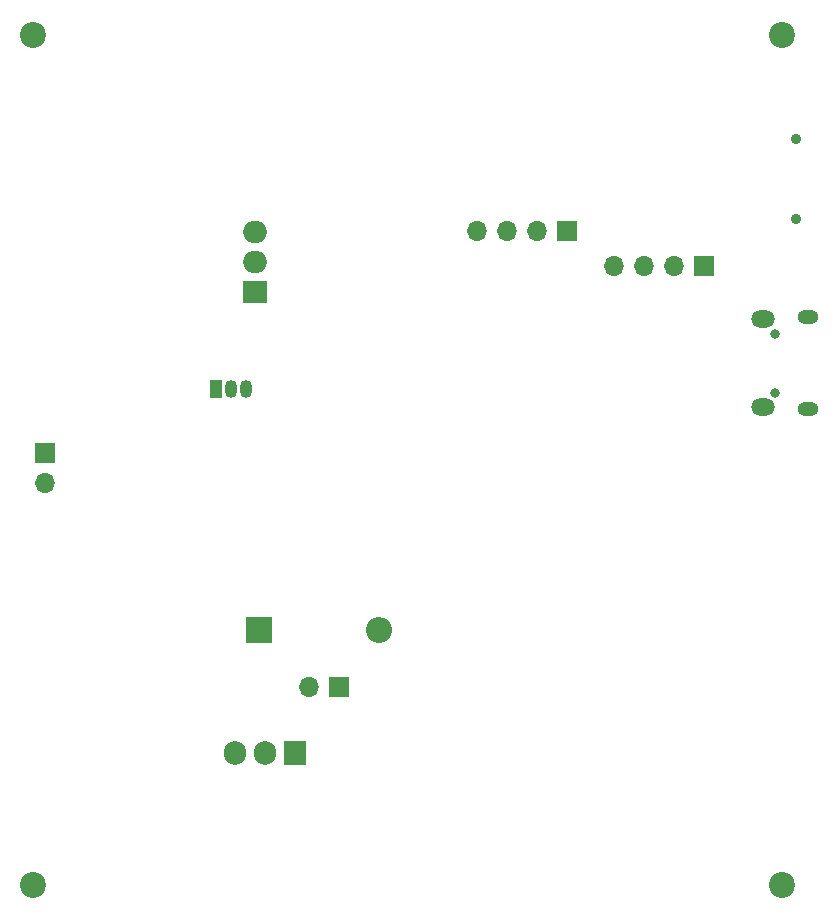
<source format=gbr>
%TF.GenerationSoftware,KiCad,Pcbnew,8.0.8*%
%TF.CreationDate,2025-03-25T11:50:14+11:00*%
%TF.ProjectId,STM32BMS,53544d33-3242-44d5-932e-6b696361645f,rev?*%
%TF.SameCoordinates,Original*%
%TF.FileFunction,Soldermask,Bot*%
%TF.FilePolarity,Negative*%
%FSLAX46Y46*%
G04 Gerber Fmt 4.6, Leading zero omitted, Abs format (unit mm)*
G04 Created by KiCad (PCBNEW 8.0.8) date 2025-03-25 11:50:14*
%MOMM*%
%LPD*%
G01*
G04 APERTURE LIST*
%ADD10R,1.700000X1.700000*%
%ADD11O,1.700000X1.700000*%
%ADD12R,2.200000X2.200000*%
%ADD13O,2.200000X2.200000*%
%ADD14R,1.050000X1.500000*%
%ADD15O,1.050000X1.500000*%
%ADD16O,0.800000X0.800000*%
%ADD17O,1.800000X1.150000*%
%ADD18O,2.000000X1.450000*%
%ADD19R,1.905000X2.000000*%
%ADD20O,1.905000X2.000000*%
%ADD21R,2.000000X1.905000*%
%ADD22O,2.000000X1.905000*%
%ADD23C,2.200000*%
%ADD24C,0.900000*%
G04 APERTURE END LIST*
D10*
%TO.C,BT1*%
X94800000Y-111200000D03*
D11*
X94800000Y-113740000D03*
%TD*%
D12*
%TO.C,D2*%
X112920000Y-126200000D03*
D13*
X123080000Y-126200000D03*
%TD*%
D14*
%TO.C,U4*%
X109260000Y-105800000D03*
D15*
X110530000Y-105800000D03*
X111800000Y-105800000D03*
%TD*%
D16*
%TO.C,J1*%
X156645000Y-106105000D03*
X156645000Y-101105000D03*
D17*
X159395000Y-107480000D03*
D18*
X155595000Y-107330000D03*
X155595000Y-99880000D03*
D17*
X159395000Y-99730000D03*
%TD*%
D19*
%TO.C,Q3*%
X116000000Y-136600000D03*
D20*
X113460000Y-136600000D03*
X110920000Y-136600000D03*
%TD*%
D21*
%TO.C,Q1*%
X112600000Y-97600000D03*
D22*
X112600000Y-95060000D03*
X112600000Y-92520000D03*
%TD*%
D23*
%TO.C,H4*%
X157200000Y-75800000D03*
%TD*%
%TO.C,H3*%
X157200000Y-147800000D03*
%TD*%
D24*
%TO.C,SW1*%
X158400000Y-91400000D03*
X158400000Y-84600000D03*
%TD*%
D10*
%TO.C,J4*%
X119675000Y-131000000D03*
D11*
X117135000Y-131000000D03*
%TD*%
D10*
%TO.C,J2*%
X150620000Y-95400000D03*
D11*
X148080000Y-95400000D03*
X145540000Y-95400000D03*
X143000000Y-95400000D03*
%TD*%
D10*
%TO.C,J3*%
X139000000Y-92400000D03*
D11*
X136460000Y-92400000D03*
X133920000Y-92400000D03*
X131380000Y-92400000D03*
%TD*%
D23*
%TO.C,H1*%
X93800000Y-147800000D03*
%TD*%
%TO.C,H2*%
X93800000Y-75800000D03*
%TD*%
M02*

</source>
